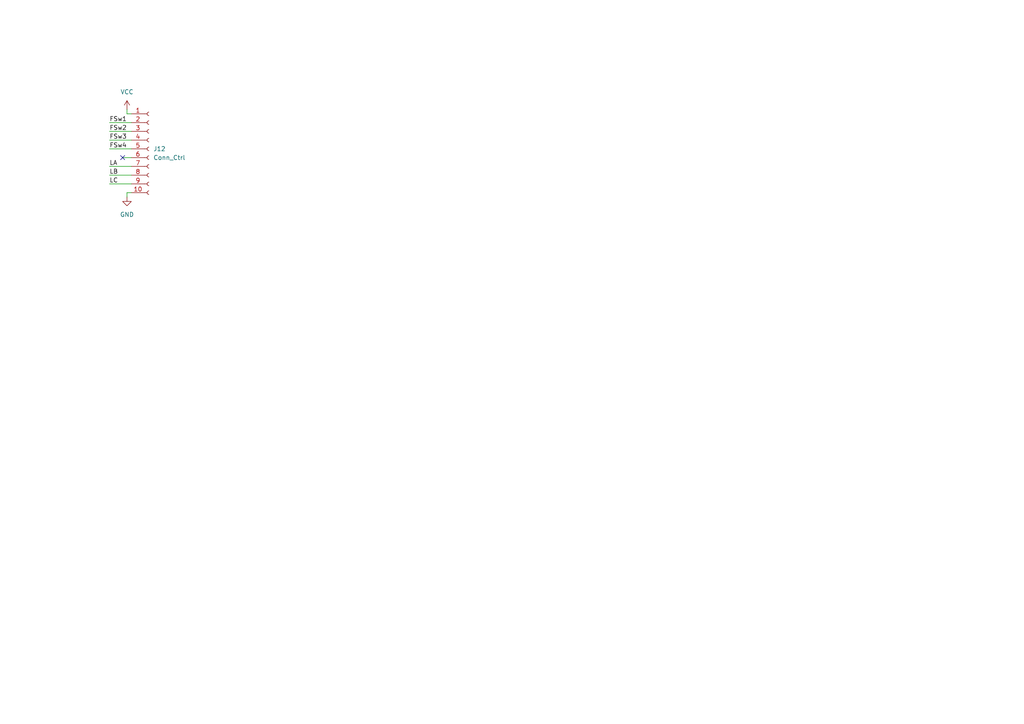
<source format=kicad_sch>
(kicad_sch (version 20211123) (generator eeschema)
  (paper "A4")
  (lib_symbols
    (symbol "Connector:Conn_01x10_Female" (pin_names (offset 1.016) hide)
      (property "Reference" "J" (at 0 12.7 0))
      (property "Value" "Conn_01x10_Female" (at 0 -15.24 0))
      (symbol "Conn_01x10_Female_1_1"
        (arc (start 0 -12.192) (mid -0.508 -12.7) (end 0 -13.208) (stroke (width 0.1524)))
        (arc (start 0 -9.652) (mid -0.508 -10.16) (end 0 -10.668) (stroke (width 0.1524)))
        (arc (start 0 -7.112) (mid -0.508 -7.62) (end 0 -8.128) (stroke (width 0.1524)))
        (arc (start 0 -4.572) (mid -0.508 -5.08) (end 0 -5.588) (stroke (width 0.1524)))
        (arc (start 0 -2.032) (mid -0.508 -2.54) (end 0 -3.048) (stroke (width 0.1524)))
        (polyline (pts (xy -1.27 -12.7) (xy -0.508 -12.7)) (stroke (width 0.1524)))
        (polyline (pts (xy -1.27 -10.16) (xy -0.508 -10.16)) (stroke (width 0.1524)))
        (polyline (pts (xy -1.27 -7.62) (xy -0.508 -7.62)) (stroke (width 0.1524)))
        (polyline (pts (xy -1.27 -5.08) (xy -0.508 -5.08)) (stroke (width 0.1524)))
        (polyline (pts (xy -1.27 -2.54) (xy -0.508 -2.54)) (stroke (width 0.1524)))
        (polyline (pts (xy -1.27 0) (xy -0.508 0)) (stroke (width 0.1524)))
        (polyline (pts (xy -1.27 2.54) (xy -0.508 2.54)) (stroke (width 0.1524)))
        (polyline (pts (xy -1.27 5.08) (xy -0.508 5.08)) (stroke (width 0.1524)))
        (polyline (pts (xy -1.27 7.62) (xy -0.508 7.62)) (stroke (width 0.1524)))
        (polyline (pts (xy -1.27 10.16) (xy -0.508 10.16)) (stroke (width 0.1524)))
        (arc (start 0 0.508) (mid -0.508 0) (end 0 -0.508) (stroke (width 0.1524)))
        (arc (start 0 3.048) (mid -0.508 2.54) (end 0 2.032) (stroke (width 0.1524)))
        (arc (start 0 5.588) (mid -0.508 5.08) (end 0 4.572) (stroke (width 0.1524)))
        (arc (start 0 8.128) (mid -0.508 7.62) (end 0 7.112) (stroke (width 0.1524)))
        (arc (start 0 10.668) (mid -0.508 10.16) (end 0 9.652) (stroke (width 0.1524)))
        (pin passive line (at -5.08 10.16 0) (length 3.81) (name "Pin_1") (number "1"))
        (pin passive line (at -5.08 -12.7 0) (length 3.81) (name "Pin_10") (number "10"))
        (pin passive line (at -5.08 7.62 0) (length 3.81) (name "Pin_2") (number "2"))
        (pin passive line (at -5.08 5.08 0) (length 3.81) (name "Pin_3") (number "3"))
        (pin passive line (at -5.08 2.54 0) (length 3.81) (name "Pin_4") (number "4"))
        (pin passive line (at -5.08 0 0) (length 3.81) (name "Pin_5") (number "5"))
        (pin passive line (at -5.08 -2.54 0) (length 3.81) (name "Pin_6") (number "6"))
        (pin passive line (at -5.08 -5.08 0) (length 3.81) (name "Pin_7") (number "7"))
        (pin passive line (at -5.08 -7.62 0) (length 3.81) (name "Pin_8") (number "8"))
        (pin passive line (at -5.08 -10.16 0) (length 3.81) (name "Pin_9") (number "9"))
      )
    )
    (symbol "power:GND" (power) (pin_names (offset 0))
      (property "Value" "GND" (at 0 -3.81 0))
      (symbol "GND_0_1"
        (polyline (pts (xy 0 0) (xy 0 -1.27) (xy 1.27 -1.27) (xy 0 -2.54) (xy -1.27 -1.27) (xy 0 -1.27)))
      )
      (symbol "GND_1_1"
        (pin power_in line (at 0 0 270) (length 0) hide (name "GND") (number "1"))
      )
    )
    (symbol "power:VCC" (power) (pin_names (offset 0))
      (property "Value" "VCC" (at 0 3.81 0))
      (symbol "VCC_0_1"
        (polyline (pts (xy -0.762 1.27) (xy 0 2.54)))
        (polyline (pts (xy 0 0) (xy 0 2.54)))
        (polyline (pts (xy 0 2.54) (xy 0.762 1.27)))
      )
      (symbol "VCC_1_1"
        (pin power_in line (at 0 0 90) (length 0) hide (name "VCC") (number "1"))
      )
    )
  )
  (no_connect (at 35.56 45.72))
  (wire (pts (xy 31.75 35.56) (xy 38.1 35.56)))
  (wire (pts (xy 31.75 48.26) (xy 38.1 48.26)))
  (wire (pts (xy 38.1 55.88) (xy 36.83 55.88)))
  (wire (pts (xy 31.75 43.18) (xy 38.1 43.18)))
  (wire (pts (xy 31.75 40.64) (xy 38.1 40.64)))
  (wire (pts (xy 31.75 50.8) (xy 38.1 50.8)))
  (wire (pts (xy 36.83 31.75) (xy 36.83 33.02)))
  (wire (pts (xy 35.56 45.72) (xy 38.1 45.72)))
  (wire (pts (xy 36.83 55.88) (xy 36.83 57.15)))
  (wire (pts (xy 36.83 33.02) (xy 38.1 33.02)))
  (wire (pts (xy 31.75 38.1) (xy 38.1 38.1)))
  (wire (pts (xy 31.75 53.34) (xy 38.1 53.34)))
  (label "FSw4" (at 31.75 43.18 0))
  (label "FSw2" (at 31.75 38.1 0))
  (label "LA" (at 31.75 48.26 0))
  (label "FSw1" (at 31.75 35.56 0))
  (label "LB" (at 31.75 50.8 0))
  (label "FSw3" (at 31.75 40.64 0))
  (label "LC" (at 31.75 53.34 0))
  (symbol (lib_id "Connector:Conn_01x10_Female") (at 43.18 43.18 0) (unit 1)
    (property "Reference" "J12" (at 44.45 43.1799 0) (effects (justify left)))
    (property "Value" "Conn_Ctrl" (at 44.45 45.7199 0) (effects (justify left)))
    (property "Footprint" "Connector_PinHeader_2.54mm:PinHeader_1x10_P2.54mm_Vertical" (effects hide))
  )
  (symbol (lib_id "power:VCC") (at 36.83 31.75 0) (unit 1)
    (property "Reference" "#PWR0101" (effects hide))
    (property "Value" "VCC" (at 36.83 26.67 0))
  )
  (symbol (lib_id "power:GND") (at 36.83 57.15 0) (unit 1)
    (property "Reference" "#PWR0102" (effects hide))
    (property "Value" "GND" (at 36.83 62.23 0))
  )
)
</source>
